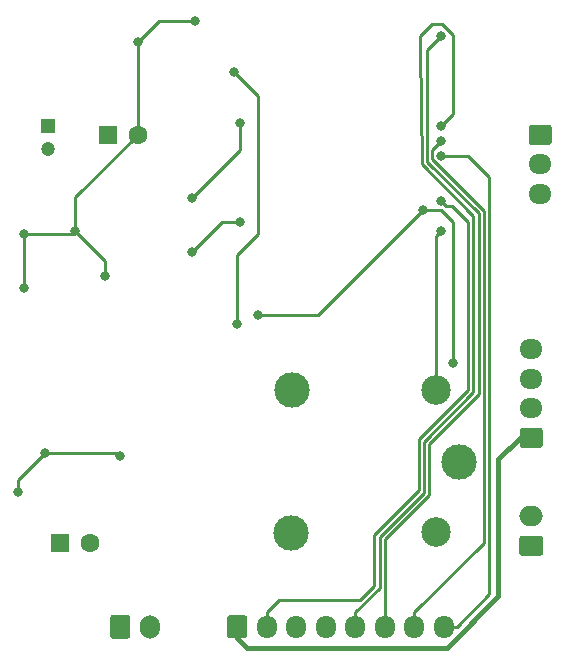
<source format=gbr>
G04 #@! TF.GenerationSoftware,KiCad,Pcbnew,5.1.5+dfsg1-2build2*
G04 #@! TF.CreationDate,2021-12-30T00:51:53-05:00*
G04 #@! TF.ProjectId,schematics,73636865-6d61-4746-9963-732e6b696361,rev?*
G04 #@! TF.SameCoordinates,Original*
G04 #@! TF.FileFunction,Copper,L2,Bot*
G04 #@! TF.FilePolarity,Positive*
%FSLAX46Y46*%
G04 Gerber Fmt 4.6, Leading zero omitted, Abs format (unit mm)*
G04 Created by KiCad (PCBNEW 5.1.5+dfsg1-2build2) date 2021-12-30 00:51:53*
%MOMM*%
%LPD*%
G04 APERTURE LIST*
%ADD10O,1.700000X2.000000*%
%ADD11C,0.100000*%
%ADD12C,1.200000*%
%ADD13R,1.200000X1.200000*%
%ADD14R,1.600000X1.600000*%
%ADD15C,1.600000*%
%ADD16O,2.000000X1.700000*%
%ADD17C,3.000000*%
%ADD18C,2.500000*%
%ADD19O,1.950000X1.700000*%
%ADD20O,1.700000X1.950000*%
%ADD21C,0.800000*%
%ADD22C,0.400000*%
%ADD23C,0.250000*%
G04 APERTURE END LIST*
D10*
X182586000Y-169418000D03*
G04 #@! TA.AperFunction,ComponentPad*
D11*
G36*
X180710504Y-168419204D02*
G01*
X180734773Y-168422804D01*
X180758571Y-168428765D01*
X180781671Y-168437030D01*
X180803849Y-168447520D01*
X180824893Y-168460133D01*
X180844598Y-168474747D01*
X180862777Y-168491223D01*
X180879253Y-168509402D01*
X180893867Y-168529107D01*
X180906480Y-168550151D01*
X180916970Y-168572329D01*
X180925235Y-168595429D01*
X180931196Y-168619227D01*
X180934796Y-168643496D01*
X180936000Y-168668000D01*
X180936000Y-170168000D01*
X180934796Y-170192504D01*
X180931196Y-170216773D01*
X180925235Y-170240571D01*
X180916970Y-170263671D01*
X180906480Y-170285849D01*
X180893867Y-170306893D01*
X180879253Y-170326598D01*
X180862777Y-170344777D01*
X180844598Y-170361253D01*
X180824893Y-170375867D01*
X180803849Y-170388480D01*
X180781671Y-170398970D01*
X180758571Y-170407235D01*
X180734773Y-170413196D01*
X180710504Y-170416796D01*
X180686000Y-170418000D01*
X179486000Y-170418000D01*
X179461496Y-170416796D01*
X179437227Y-170413196D01*
X179413429Y-170407235D01*
X179390329Y-170398970D01*
X179368151Y-170388480D01*
X179347107Y-170375867D01*
X179327402Y-170361253D01*
X179309223Y-170344777D01*
X179292747Y-170326598D01*
X179278133Y-170306893D01*
X179265520Y-170285849D01*
X179255030Y-170263671D01*
X179246765Y-170240571D01*
X179240804Y-170216773D01*
X179237204Y-170192504D01*
X179236000Y-170168000D01*
X179236000Y-168668000D01*
X179237204Y-168643496D01*
X179240804Y-168619227D01*
X179246765Y-168595429D01*
X179255030Y-168572329D01*
X179265520Y-168550151D01*
X179278133Y-168529107D01*
X179292747Y-168509402D01*
X179309223Y-168491223D01*
X179327402Y-168474747D01*
X179347107Y-168460133D01*
X179368151Y-168447520D01*
X179390329Y-168437030D01*
X179413429Y-168428765D01*
X179437227Y-168422804D01*
X179461496Y-168419204D01*
X179486000Y-168418000D01*
X180686000Y-168418000D01*
X180710504Y-168419204D01*
G37*
G04 #@! TD.AperFunction*
D12*
X173990000Y-129000000D03*
D13*
X173990000Y-127000000D03*
D14*
X179070000Y-127762000D03*
D15*
X181570000Y-127762000D03*
X177506000Y-162306000D03*
D14*
X175006000Y-162306000D03*
G04 #@! TA.AperFunction,ComponentPad*
D11*
G36*
X215658504Y-161711204D02*
G01*
X215682773Y-161714804D01*
X215706571Y-161720765D01*
X215729671Y-161729030D01*
X215751849Y-161739520D01*
X215772893Y-161752133D01*
X215792598Y-161766747D01*
X215810777Y-161783223D01*
X215827253Y-161801402D01*
X215841867Y-161821107D01*
X215854480Y-161842151D01*
X215864970Y-161864329D01*
X215873235Y-161887429D01*
X215879196Y-161911227D01*
X215882796Y-161935496D01*
X215884000Y-161960000D01*
X215884000Y-163160000D01*
X215882796Y-163184504D01*
X215879196Y-163208773D01*
X215873235Y-163232571D01*
X215864970Y-163255671D01*
X215854480Y-163277849D01*
X215841867Y-163298893D01*
X215827253Y-163318598D01*
X215810777Y-163336777D01*
X215792598Y-163353253D01*
X215772893Y-163367867D01*
X215751849Y-163380480D01*
X215729671Y-163390970D01*
X215706571Y-163399235D01*
X215682773Y-163405196D01*
X215658504Y-163408796D01*
X215634000Y-163410000D01*
X214134000Y-163410000D01*
X214109496Y-163408796D01*
X214085227Y-163405196D01*
X214061429Y-163399235D01*
X214038329Y-163390970D01*
X214016151Y-163380480D01*
X213995107Y-163367867D01*
X213975402Y-163353253D01*
X213957223Y-163336777D01*
X213940747Y-163318598D01*
X213926133Y-163298893D01*
X213913520Y-163277849D01*
X213903030Y-163255671D01*
X213894765Y-163232571D01*
X213888804Y-163208773D01*
X213885204Y-163184504D01*
X213884000Y-163160000D01*
X213884000Y-161960000D01*
X213885204Y-161935496D01*
X213888804Y-161911227D01*
X213894765Y-161887429D01*
X213903030Y-161864329D01*
X213913520Y-161842151D01*
X213926133Y-161821107D01*
X213940747Y-161801402D01*
X213957223Y-161783223D01*
X213975402Y-161766747D01*
X213995107Y-161752133D01*
X214016151Y-161739520D01*
X214038329Y-161729030D01*
X214061429Y-161720765D01*
X214085227Y-161714804D01*
X214109496Y-161711204D01*
X214134000Y-161710000D01*
X215634000Y-161710000D01*
X215658504Y-161711204D01*
G37*
G04 #@! TD.AperFunction*
D16*
X214884000Y-160060000D03*
D17*
X208788000Y-155448000D03*
D18*
X206838000Y-161398000D03*
D17*
X194588000Y-161448000D03*
X194638000Y-149398000D03*
D18*
X206838000Y-149398000D03*
D19*
X215646000Y-132762000D03*
X215646000Y-130262000D03*
G04 #@! TA.AperFunction,ComponentPad*
D11*
G36*
X216395504Y-126913204D02*
G01*
X216419773Y-126916804D01*
X216443571Y-126922765D01*
X216466671Y-126931030D01*
X216488849Y-126941520D01*
X216509893Y-126954133D01*
X216529598Y-126968747D01*
X216547777Y-126985223D01*
X216564253Y-127003402D01*
X216578867Y-127023107D01*
X216591480Y-127044151D01*
X216601970Y-127066329D01*
X216610235Y-127089429D01*
X216616196Y-127113227D01*
X216619796Y-127137496D01*
X216621000Y-127162000D01*
X216621000Y-128362000D01*
X216619796Y-128386504D01*
X216616196Y-128410773D01*
X216610235Y-128434571D01*
X216601970Y-128457671D01*
X216591480Y-128479849D01*
X216578867Y-128500893D01*
X216564253Y-128520598D01*
X216547777Y-128538777D01*
X216529598Y-128555253D01*
X216509893Y-128569867D01*
X216488849Y-128582480D01*
X216466671Y-128592970D01*
X216443571Y-128601235D01*
X216419773Y-128607196D01*
X216395504Y-128610796D01*
X216371000Y-128612000D01*
X214921000Y-128612000D01*
X214896496Y-128610796D01*
X214872227Y-128607196D01*
X214848429Y-128601235D01*
X214825329Y-128592970D01*
X214803151Y-128582480D01*
X214782107Y-128569867D01*
X214762402Y-128555253D01*
X214744223Y-128538777D01*
X214727747Y-128520598D01*
X214713133Y-128500893D01*
X214700520Y-128479849D01*
X214690030Y-128457671D01*
X214681765Y-128434571D01*
X214675804Y-128410773D01*
X214672204Y-128386504D01*
X214671000Y-128362000D01*
X214671000Y-127162000D01*
X214672204Y-127137496D01*
X214675804Y-127113227D01*
X214681765Y-127089429D01*
X214690030Y-127066329D01*
X214700520Y-127044151D01*
X214713133Y-127023107D01*
X214727747Y-127003402D01*
X214744223Y-126985223D01*
X214762402Y-126968747D01*
X214782107Y-126954133D01*
X214803151Y-126941520D01*
X214825329Y-126931030D01*
X214848429Y-126922765D01*
X214872227Y-126916804D01*
X214896496Y-126913204D01*
X214921000Y-126912000D01*
X216371000Y-126912000D01*
X216395504Y-126913204D01*
G37*
G04 #@! TD.AperFunction*
D20*
X207492000Y-169418000D03*
X204992000Y-169418000D03*
X202492000Y-169418000D03*
X199992000Y-169418000D03*
X197492000Y-169418000D03*
X194992000Y-169418000D03*
X192492000Y-169418000D03*
G04 #@! TA.AperFunction,ComponentPad*
D11*
G36*
X190616504Y-168444204D02*
G01*
X190640773Y-168447804D01*
X190664571Y-168453765D01*
X190687671Y-168462030D01*
X190709849Y-168472520D01*
X190730893Y-168485133D01*
X190750598Y-168499747D01*
X190768777Y-168516223D01*
X190785253Y-168534402D01*
X190799867Y-168554107D01*
X190812480Y-168575151D01*
X190822970Y-168597329D01*
X190831235Y-168620429D01*
X190837196Y-168644227D01*
X190840796Y-168668496D01*
X190842000Y-168693000D01*
X190842000Y-170143000D01*
X190840796Y-170167504D01*
X190837196Y-170191773D01*
X190831235Y-170215571D01*
X190822970Y-170238671D01*
X190812480Y-170260849D01*
X190799867Y-170281893D01*
X190785253Y-170301598D01*
X190768777Y-170319777D01*
X190750598Y-170336253D01*
X190730893Y-170350867D01*
X190709849Y-170363480D01*
X190687671Y-170373970D01*
X190664571Y-170382235D01*
X190640773Y-170388196D01*
X190616504Y-170391796D01*
X190592000Y-170393000D01*
X189392000Y-170393000D01*
X189367496Y-170391796D01*
X189343227Y-170388196D01*
X189319429Y-170382235D01*
X189296329Y-170373970D01*
X189274151Y-170363480D01*
X189253107Y-170350867D01*
X189233402Y-170336253D01*
X189215223Y-170319777D01*
X189198747Y-170301598D01*
X189184133Y-170281893D01*
X189171520Y-170260849D01*
X189161030Y-170238671D01*
X189152765Y-170215571D01*
X189146804Y-170191773D01*
X189143204Y-170167504D01*
X189142000Y-170143000D01*
X189142000Y-168693000D01*
X189143204Y-168668496D01*
X189146804Y-168644227D01*
X189152765Y-168620429D01*
X189161030Y-168597329D01*
X189171520Y-168575151D01*
X189184133Y-168554107D01*
X189198747Y-168534402D01*
X189215223Y-168516223D01*
X189233402Y-168499747D01*
X189253107Y-168485133D01*
X189274151Y-168472520D01*
X189296329Y-168462030D01*
X189319429Y-168453765D01*
X189343227Y-168447804D01*
X189367496Y-168444204D01*
X189392000Y-168443000D01*
X190592000Y-168443000D01*
X190616504Y-168444204D01*
G37*
G04 #@! TD.AperFunction*
D19*
X214884000Y-145916000D03*
X214884000Y-148416000D03*
X214884000Y-150916000D03*
G04 #@! TA.AperFunction,ComponentPad*
D11*
G36*
X215633504Y-152567204D02*
G01*
X215657773Y-152570804D01*
X215681571Y-152576765D01*
X215704671Y-152585030D01*
X215726849Y-152595520D01*
X215747893Y-152608133D01*
X215767598Y-152622747D01*
X215785777Y-152639223D01*
X215802253Y-152657402D01*
X215816867Y-152677107D01*
X215829480Y-152698151D01*
X215839970Y-152720329D01*
X215848235Y-152743429D01*
X215854196Y-152767227D01*
X215857796Y-152791496D01*
X215859000Y-152816000D01*
X215859000Y-154016000D01*
X215857796Y-154040504D01*
X215854196Y-154064773D01*
X215848235Y-154088571D01*
X215839970Y-154111671D01*
X215829480Y-154133849D01*
X215816867Y-154154893D01*
X215802253Y-154174598D01*
X215785777Y-154192777D01*
X215767598Y-154209253D01*
X215747893Y-154223867D01*
X215726849Y-154236480D01*
X215704671Y-154246970D01*
X215681571Y-154255235D01*
X215657773Y-154261196D01*
X215633504Y-154264796D01*
X215609000Y-154266000D01*
X214159000Y-154266000D01*
X214134496Y-154264796D01*
X214110227Y-154261196D01*
X214086429Y-154255235D01*
X214063329Y-154246970D01*
X214041151Y-154236480D01*
X214020107Y-154223867D01*
X214000402Y-154209253D01*
X213982223Y-154192777D01*
X213965747Y-154174598D01*
X213951133Y-154154893D01*
X213938520Y-154133849D01*
X213928030Y-154111671D01*
X213919765Y-154088571D01*
X213913804Y-154064773D01*
X213910204Y-154040504D01*
X213909000Y-154016000D01*
X213909000Y-152816000D01*
X213910204Y-152791496D01*
X213913804Y-152767227D01*
X213919765Y-152743429D01*
X213928030Y-152720329D01*
X213938520Y-152698151D01*
X213951133Y-152677107D01*
X213965747Y-152657402D01*
X213982223Y-152639223D01*
X214000402Y-152622747D01*
X214020107Y-152608133D01*
X214041151Y-152595520D01*
X214063329Y-152585030D01*
X214086429Y-152576765D01*
X214110227Y-152570804D01*
X214134496Y-152567204D01*
X214159000Y-152566000D01*
X215609000Y-152566000D01*
X215633504Y-152567204D01*
G37*
G04 #@! TD.AperFunction*
D21*
X173736000Y-154686000D03*
X180086000Y-154940000D03*
X171450000Y-157988000D03*
X208280000Y-147066000D03*
X171958000Y-136144000D03*
X176276000Y-135890000D03*
X171958000Y-140716000D03*
X186436000Y-118110000D03*
X181610000Y-119888000D03*
X178816000Y-139700000D03*
X205740000Y-134112000D03*
X191770000Y-143002000D03*
X207264000Y-135890000D03*
X190246000Y-126746000D03*
X186182000Y-133096000D03*
X190246000Y-135128000D03*
X186182000Y-137668000D03*
X189992000Y-143764000D03*
X189738000Y-122428000D03*
X207264000Y-119380000D03*
X207264000Y-127000000D03*
X207264000Y-128270000D03*
X207264000Y-129540000D03*
X207264000Y-133350000D03*
D22*
X207748202Y-171196000D02*
X207518000Y-171196000D01*
X212090000Y-166854202D02*
X207748202Y-171196000D01*
X212090000Y-155235000D02*
X212090000Y-166854202D01*
X213909000Y-153416000D02*
X212090000Y-155235000D01*
X214884000Y-153416000D02*
X213909000Y-153416000D01*
D23*
X207500715Y-171196000D02*
X207518000Y-171196000D01*
D22*
X189992000Y-170393000D02*
X189992000Y-169418000D01*
X190795000Y-171196000D02*
X189992000Y-170393000D01*
X207500715Y-171196000D02*
X190795000Y-171196000D01*
D23*
X171958000Y-140716000D02*
X171958000Y-136144000D01*
X176022000Y-136144000D02*
X176276000Y-135890000D01*
X171958000Y-136144000D02*
X176022000Y-136144000D01*
X176276000Y-133056000D02*
X181570000Y-127762000D01*
X176276000Y-135890000D02*
X176276000Y-133056000D01*
X183388000Y-118110000D02*
X181610000Y-119888000D01*
X186436000Y-118110000D02*
X183388000Y-118110000D01*
X178816000Y-138430000D02*
X176276000Y-135890000D01*
X178816000Y-139700000D02*
X178816000Y-138430000D01*
X208280000Y-147066000D02*
X208280000Y-135128000D01*
X208280000Y-135128000D02*
X207772000Y-134620000D01*
X207772000Y-134620000D02*
X207264000Y-134112000D01*
X207264000Y-134112000D02*
X205740000Y-134112000D01*
X205740000Y-134112000D02*
X205740000Y-134112000D01*
X196850000Y-143002000D02*
X205740000Y-134112000D01*
X191770000Y-143002000D02*
X196850000Y-143002000D01*
X181570000Y-119928000D02*
X181610000Y-119888000D01*
X181570000Y-127762000D02*
X181570000Y-119928000D01*
X171450000Y-156972000D02*
X173736000Y-154686000D01*
X171450000Y-157988000D02*
X171450000Y-156972000D01*
X179832000Y-154686000D02*
X180086000Y-154940000D01*
X173736000Y-154686000D02*
X179832000Y-154686000D01*
X206838000Y-136316000D02*
X206838000Y-149398000D01*
X207264000Y-135890000D02*
X206838000Y-136316000D01*
X190246000Y-129032000D02*
X190246000Y-126746000D01*
X186182000Y-133096000D02*
X190246000Y-129032000D01*
X188722000Y-135128000D02*
X186182000Y-137668000D01*
X190246000Y-135128000D02*
X188722000Y-135128000D01*
X191770000Y-124460000D02*
X189738000Y-122428000D01*
X191770000Y-136144000D02*
X191770000Y-124460000D01*
X189992000Y-137922000D02*
X191770000Y-136144000D01*
X189992000Y-143764000D02*
X189992000Y-137922000D01*
X202492000Y-169418000D02*
X202492000Y-161998000D01*
X202492000Y-161998000D02*
X206248000Y-158242000D01*
X206248000Y-153924000D02*
X210427980Y-149744020D01*
X206248000Y-158242000D02*
X206248000Y-153924000D01*
X210427980Y-149744020D02*
X210427980Y-134413392D01*
X206864001Y-119779999D02*
X207264000Y-119380000D01*
X206051990Y-120592010D02*
X206864001Y-119779999D01*
X206051990Y-130037402D02*
X206051990Y-120592010D01*
X210427980Y-134413392D02*
X206051990Y-130037402D01*
X207264000Y-127000000D02*
X208280000Y-125984000D01*
X208280000Y-119322998D02*
X207321002Y-118364000D01*
X208280000Y-125984000D02*
X208280000Y-119322998D01*
X207321002Y-118364000D02*
X207206998Y-118364000D01*
X202041990Y-166143010D02*
X202041991Y-161811599D01*
X199992000Y-168193000D02*
X202041990Y-166143010D01*
X199992000Y-169418000D02*
X199992000Y-168193000D01*
X205797990Y-158055600D02*
X205797991Y-153737599D01*
X202041991Y-161811599D02*
X205797990Y-158055600D01*
X205797991Y-153737599D02*
X209977970Y-149557620D01*
X209977970Y-149557620D02*
X209977970Y-134990968D01*
X209977970Y-134990968D02*
X209977970Y-134599792D01*
X209977970Y-134599792D02*
X205601980Y-130223802D01*
X205486000Y-119380000D02*
X205486000Y-120396000D01*
X207321002Y-118364000D02*
X206502000Y-118364000D01*
X206502000Y-118364000D02*
X205486000Y-119380000D01*
X205601980Y-130223802D02*
X205486000Y-120396000D01*
X204992000Y-168193000D02*
X210877990Y-162307010D01*
X204992000Y-169418000D02*
X204992000Y-168193000D01*
X210877990Y-134226992D02*
X206502000Y-129851002D01*
X210877990Y-162307010D02*
X210877990Y-134226992D01*
X206502000Y-129032000D02*
X207264000Y-128270000D01*
X206502000Y-129851002D02*
X206502000Y-129032000D01*
X208592000Y-169418000D02*
X211328000Y-166682000D01*
X207492000Y-169418000D02*
X208592000Y-169418000D01*
X211328000Y-166682000D02*
X211328000Y-131318000D01*
X209550000Y-129540000D02*
X207264000Y-129540000D01*
X211328000Y-131318000D02*
X209550000Y-129540000D01*
X192492000Y-168193000D02*
X193553000Y-167132000D01*
X192492000Y-169418000D02*
X192492000Y-168193000D01*
X205347982Y-157869198D02*
X201591982Y-161625200D01*
X209527960Y-135105960D02*
X209527960Y-149371220D01*
X201591982Y-165946018D02*
X200406000Y-167132000D01*
X208171999Y-133749999D02*
X209527960Y-135105960D01*
X205347982Y-153551198D02*
X205347982Y-157869198D01*
X207663999Y-133749999D02*
X208171999Y-133749999D01*
X200406000Y-167132000D02*
X197104000Y-167132000D01*
X207264000Y-133350000D02*
X207663999Y-133749999D01*
X201591982Y-161625200D02*
X201591982Y-165946018D01*
X197104000Y-167132000D02*
X197612000Y-167132000D01*
X193553000Y-167132000D02*
X197104000Y-167132000D01*
X209527960Y-149371220D02*
X205347982Y-153551198D01*
M02*

</source>
